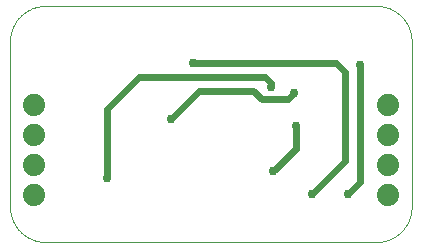
<source format=gbl>
G75*
%MOIN*%
%OFA0B0*%
%FSLAX25Y25*%
%IPPOS*%
%LPD*%
%AMOC8*
5,1,8,0,0,1.08239X$1,22.5*
%
%ADD10C,0.00000*%
%ADD11C,0.07400*%
%ADD12C,0.02978*%
%ADD13C,0.02362*%
D10*
X0013997Y0001000D02*
X0124233Y0001000D01*
X0124518Y0001003D01*
X0124804Y0001014D01*
X0125089Y0001031D01*
X0125373Y0001055D01*
X0125657Y0001086D01*
X0125940Y0001124D01*
X0126221Y0001169D01*
X0126502Y0001220D01*
X0126782Y0001278D01*
X0127060Y0001343D01*
X0127336Y0001415D01*
X0127610Y0001493D01*
X0127883Y0001578D01*
X0128153Y0001670D01*
X0128421Y0001768D01*
X0128687Y0001872D01*
X0128950Y0001983D01*
X0129210Y0002100D01*
X0129468Y0002223D01*
X0129722Y0002353D01*
X0129973Y0002489D01*
X0130221Y0002630D01*
X0130465Y0002778D01*
X0130706Y0002931D01*
X0130942Y0003091D01*
X0131175Y0003256D01*
X0131404Y0003426D01*
X0131629Y0003602D01*
X0131849Y0003784D01*
X0132065Y0003970D01*
X0132276Y0004162D01*
X0132483Y0004359D01*
X0132685Y0004561D01*
X0132882Y0004768D01*
X0133074Y0004979D01*
X0133260Y0005195D01*
X0133442Y0005415D01*
X0133618Y0005640D01*
X0133788Y0005869D01*
X0133953Y0006102D01*
X0134113Y0006338D01*
X0134266Y0006579D01*
X0134414Y0006823D01*
X0134555Y0007071D01*
X0134691Y0007322D01*
X0134821Y0007576D01*
X0134944Y0007834D01*
X0135061Y0008094D01*
X0135172Y0008357D01*
X0135276Y0008623D01*
X0135374Y0008891D01*
X0135466Y0009161D01*
X0135551Y0009434D01*
X0135629Y0009708D01*
X0135701Y0009984D01*
X0135766Y0010262D01*
X0135824Y0010542D01*
X0135875Y0010823D01*
X0135920Y0011104D01*
X0135958Y0011387D01*
X0135989Y0011671D01*
X0136013Y0011955D01*
X0136030Y0012240D01*
X0136041Y0012526D01*
X0136044Y0012811D01*
X0136044Y0067929D01*
X0136041Y0068214D01*
X0136030Y0068500D01*
X0136013Y0068785D01*
X0135989Y0069069D01*
X0135958Y0069353D01*
X0135920Y0069636D01*
X0135875Y0069917D01*
X0135824Y0070198D01*
X0135766Y0070478D01*
X0135701Y0070756D01*
X0135629Y0071032D01*
X0135551Y0071306D01*
X0135466Y0071579D01*
X0135374Y0071849D01*
X0135276Y0072117D01*
X0135172Y0072383D01*
X0135061Y0072646D01*
X0134944Y0072906D01*
X0134821Y0073164D01*
X0134691Y0073418D01*
X0134555Y0073669D01*
X0134414Y0073917D01*
X0134266Y0074161D01*
X0134113Y0074402D01*
X0133953Y0074638D01*
X0133788Y0074871D01*
X0133618Y0075100D01*
X0133442Y0075325D01*
X0133260Y0075545D01*
X0133074Y0075761D01*
X0132882Y0075972D01*
X0132685Y0076179D01*
X0132483Y0076381D01*
X0132276Y0076578D01*
X0132065Y0076770D01*
X0131849Y0076956D01*
X0131629Y0077138D01*
X0131404Y0077314D01*
X0131175Y0077484D01*
X0130942Y0077649D01*
X0130706Y0077809D01*
X0130465Y0077962D01*
X0130221Y0078110D01*
X0129973Y0078251D01*
X0129722Y0078387D01*
X0129468Y0078517D01*
X0129210Y0078640D01*
X0128950Y0078757D01*
X0128687Y0078868D01*
X0128421Y0078972D01*
X0128153Y0079070D01*
X0127883Y0079162D01*
X0127610Y0079247D01*
X0127336Y0079325D01*
X0127060Y0079397D01*
X0126782Y0079462D01*
X0126502Y0079520D01*
X0126221Y0079571D01*
X0125940Y0079616D01*
X0125657Y0079654D01*
X0125373Y0079685D01*
X0125089Y0079709D01*
X0124804Y0079726D01*
X0124518Y0079737D01*
X0124233Y0079740D01*
X0013997Y0079740D01*
X0013712Y0079737D01*
X0013426Y0079726D01*
X0013141Y0079709D01*
X0012857Y0079685D01*
X0012573Y0079654D01*
X0012290Y0079616D01*
X0012009Y0079571D01*
X0011728Y0079520D01*
X0011448Y0079462D01*
X0011170Y0079397D01*
X0010894Y0079325D01*
X0010620Y0079247D01*
X0010347Y0079162D01*
X0010077Y0079070D01*
X0009809Y0078972D01*
X0009543Y0078868D01*
X0009280Y0078757D01*
X0009020Y0078640D01*
X0008762Y0078517D01*
X0008508Y0078387D01*
X0008257Y0078251D01*
X0008009Y0078110D01*
X0007765Y0077962D01*
X0007524Y0077809D01*
X0007288Y0077649D01*
X0007055Y0077484D01*
X0006826Y0077314D01*
X0006601Y0077138D01*
X0006381Y0076956D01*
X0006165Y0076770D01*
X0005954Y0076578D01*
X0005747Y0076381D01*
X0005545Y0076179D01*
X0005348Y0075972D01*
X0005156Y0075761D01*
X0004970Y0075545D01*
X0004788Y0075325D01*
X0004612Y0075100D01*
X0004442Y0074871D01*
X0004277Y0074638D01*
X0004117Y0074402D01*
X0003964Y0074161D01*
X0003816Y0073917D01*
X0003675Y0073669D01*
X0003539Y0073418D01*
X0003409Y0073164D01*
X0003286Y0072906D01*
X0003169Y0072646D01*
X0003058Y0072383D01*
X0002954Y0072117D01*
X0002856Y0071849D01*
X0002764Y0071579D01*
X0002679Y0071306D01*
X0002601Y0071032D01*
X0002529Y0070756D01*
X0002464Y0070478D01*
X0002406Y0070198D01*
X0002355Y0069917D01*
X0002310Y0069636D01*
X0002272Y0069353D01*
X0002241Y0069069D01*
X0002217Y0068785D01*
X0002200Y0068500D01*
X0002189Y0068214D01*
X0002186Y0067929D01*
X0002186Y0012811D01*
X0002189Y0012526D01*
X0002200Y0012240D01*
X0002217Y0011955D01*
X0002241Y0011671D01*
X0002272Y0011387D01*
X0002310Y0011104D01*
X0002355Y0010823D01*
X0002406Y0010542D01*
X0002464Y0010262D01*
X0002529Y0009984D01*
X0002601Y0009708D01*
X0002679Y0009434D01*
X0002764Y0009161D01*
X0002856Y0008891D01*
X0002954Y0008623D01*
X0003058Y0008357D01*
X0003169Y0008094D01*
X0003286Y0007834D01*
X0003409Y0007576D01*
X0003539Y0007322D01*
X0003675Y0007071D01*
X0003816Y0006823D01*
X0003964Y0006579D01*
X0004117Y0006338D01*
X0004277Y0006102D01*
X0004442Y0005869D01*
X0004612Y0005640D01*
X0004788Y0005415D01*
X0004970Y0005195D01*
X0005156Y0004979D01*
X0005348Y0004768D01*
X0005545Y0004561D01*
X0005747Y0004359D01*
X0005954Y0004162D01*
X0006165Y0003970D01*
X0006381Y0003784D01*
X0006601Y0003602D01*
X0006826Y0003426D01*
X0007055Y0003256D01*
X0007288Y0003091D01*
X0007524Y0002931D01*
X0007765Y0002778D01*
X0008009Y0002630D01*
X0008257Y0002489D01*
X0008508Y0002353D01*
X0008762Y0002223D01*
X0009020Y0002100D01*
X0009280Y0001983D01*
X0009543Y0001872D01*
X0009809Y0001768D01*
X0010077Y0001670D01*
X0010347Y0001578D01*
X0010620Y0001493D01*
X0010894Y0001415D01*
X0011170Y0001343D01*
X0011448Y0001278D01*
X0011728Y0001220D01*
X0012009Y0001169D01*
X0012290Y0001124D01*
X0012573Y0001086D01*
X0012857Y0001055D01*
X0013141Y0001031D01*
X0013426Y0001014D01*
X0013712Y0001003D01*
X0013997Y0001000D01*
D11*
X0010060Y0016748D03*
X0010060Y0026748D03*
X0010060Y0036748D03*
X0010060Y0046748D03*
X0128170Y0046748D03*
X0128170Y0036748D03*
X0128170Y0026748D03*
X0128170Y0016748D03*
D12*
X0114784Y0017142D03*
X0102973Y0017142D03*
X0089981Y0024622D03*
X0097462Y0039583D03*
X0096674Y0050606D03*
X0089194Y0052575D03*
X0063210Y0060843D03*
X0055729Y0041945D03*
X0034469Y0022260D03*
X0118721Y0060055D03*
D13*
X0118721Y0021079D01*
X0114784Y0017142D01*
X0113997Y0028165D02*
X0102973Y0017142D01*
X0089981Y0024622D02*
X0097462Y0032102D01*
X0097462Y0039583D01*
X0094706Y0048638D02*
X0086044Y0048638D01*
X0083288Y0051394D01*
X0065178Y0051394D01*
X0055729Y0041945D01*
X0045099Y0056118D02*
X0034469Y0045488D01*
X0034469Y0022260D01*
X0089194Y0052575D02*
X0089194Y0054150D01*
X0087225Y0056118D01*
X0045099Y0056118D01*
X0063210Y0060843D02*
X0110847Y0060843D01*
X0113997Y0057693D01*
X0113997Y0028165D01*
X0094706Y0048638D02*
X0096674Y0050606D01*
M02*

</source>
